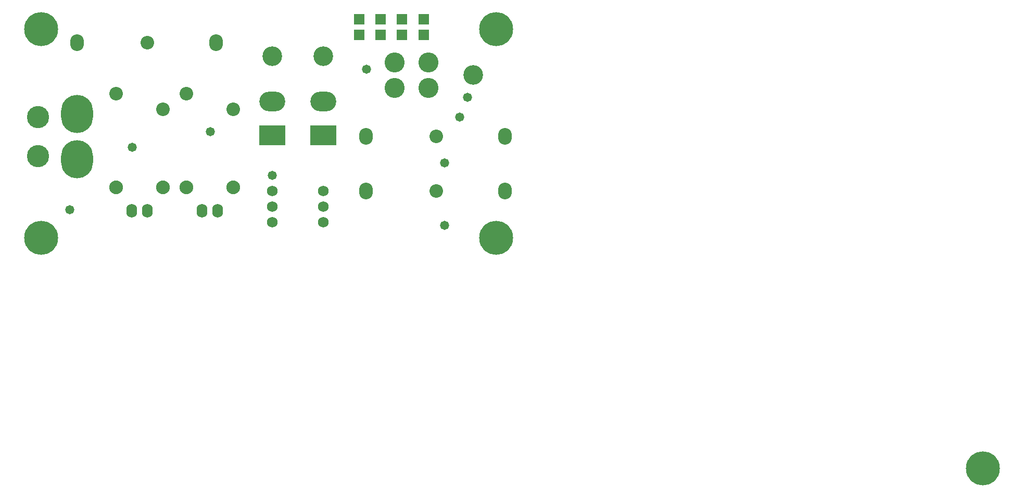
<source format=gts>
G04 Layer_Color=8388736*
%FSLAX25Y25*%
%MOIN*%
G70*
G01*
G75*
%ADD31R,0.06706X0.06706*%
%ADD32O,0.08674X0.10642*%
%ADD33C,0.08674*%
%ADD34C,0.12800*%
%ADD35C,0.12611*%
%ADD36R,0.16548X0.12611*%
%ADD37O,0.16548X0.12611*%
%ADD38C,0.08800*%
%ADD39O,0.06800X0.08800*%
%ADD40C,0.21745*%
%ADD41C,0.06800*%
%ADD42O,0.20485X0.24422*%
%ADD43C,0.14186*%
%ADD44C,0.05800*%
D31*
X215295Y151811D02*
D03*
X229075D02*
D03*
X215295Y141811D02*
D03*
X229075D02*
D03*
X242795Y151811D02*
D03*
X256575D02*
D03*
X242795Y141811D02*
D03*
X256575D02*
D03*
D32*
X308661Y41811D02*
D03*
X219685D02*
D03*
X308661Y76811D02*
D03*
X219685D02*
D03*
X123661Y136811D02*
D03*
X34685D02*
D03*
D33*
X264685Y41811D02*
D03*
Y76811D02*
D03*
X79685Y136811D02*
D03*
X104685Y104311D02*
D03*
X134685Y94311D02*
D03*
X59685Y104311D02*
D03*
X89685Y94311D02*
D03*
D34*
X238032Y124311D02*
D03*
X259685Y107776D02*
D03*
Y124311D02*
D03*
X238032Y107776D02*
D03*
D35*
X288425Y116043D02*
D03*
X159685Y128051D02*
D03*
X192185D02*
D03*
D36*
X159685Y77658D02*
D03*
X192185D02*
D03*
D37*
X159685Y99311D02*
D03*
X192185D02*
D03*
D38*
X134685Y44311D02*
D03*
X104685D02*
D03*
X89685D02*
D03*
X59685D02*
D03*
D39*
X114685Y29311D02*
D03*
X124528D02*
D03*
X69685D02*
D03*
X79528D02*
D03*
D40*
X614685Y-135689D02*
D03*
X303150Y11811D02*
D03*
Y145669D02*
D03*
X11811D02*
D03*
Y11811D02*
D03*
D41*
X159685Y41811D02*
D03*
Y31811D02*
D03*
Y21811D02*
D03*
X192185Y41811D02*
D03*
Y31811D02*
D03*
Y21811D02*
D03*
D42*
X34685Y62343D02*
D03*
Y91280D02*
D03*
D43*
X9685Y89311D02*
D03*
Y64311D02*
D03*
D44*
X270000Y60000D02*
D03*
Y20000D02*
D03*
X220000Y120000D02*
D03*
X120000Y80000D02*
D03*
X70000Y70000D02*
D03*
X30000Y30000D02*
D03*
X279685Y89311D02*
D03*
X284685Y101811D02*
D03*
X159685Y51811D02*
D03*
M02*

</source>
